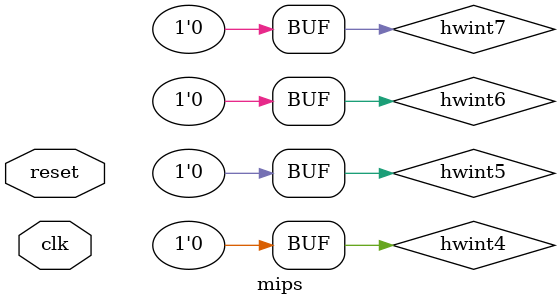
<source format=v>
`timescale 1ns / 1ps
module mips(
    input clk,
    input reset
    );
	 reg hwint4 = 0, hwint5 = 0, hwint6 = 0, hwint7 = 0;
	wire [31:0] prrd, prwd, praddr;
	wire [3:0] prbe;
	cpu cpu (
    .clk(clk), 
    .reset(reset), 
    .hwint2(hwint2), 
    .hwint3(hwint3), 
    .hwint4(hwint4), 
    .hwint5(hwint5), 
    .hwint6(hwint6), 
    .hwint7(hwint7), 
    .prrd(prrd), 
	 .prbe(prbe),
    .praddr(praddr), 
    .prwd(prwd), 
    .prwe(prwe)
    );
	 
	 wire [31:0] dev0rd, dev1rd, devwd;
	 wire [1:0] devaddr;
	 wire [3:0] devbe;
	 bridge bridge (
    .praddr(praddr), 
    .dev0rd(dev0rd), 
    .dev1rd(dev1rd), 
    .prwd(prwd), 
    .prwe(prwe), 
	 .prbe(prbe),
	 .devbe(devbe),
    .devaddr(devaddr), 
    .devwd(devwd), 
    .prrd(prrd), 
    .dev0we(dev0we), 
    .dev1we(dev1we)
    );
	 
	 counter timer0 (
    .clk(clk), 
    .rst(reset), 
    .addr(devaddr), 
    .we(dev0we), 
    .din(devwd), 
    .dout(dev0rd), 
    .irq(hwint2)
    );
	 
	 counter timer1 (
    .clk(clk), 
    .rst(reset), 
    .addr(devaddr), 
    .we(dev1we), 
    .din(devwd), 
    .dout(dev1rd), 
    .irq(hwint3)
    );
	

endmodule

</source>
